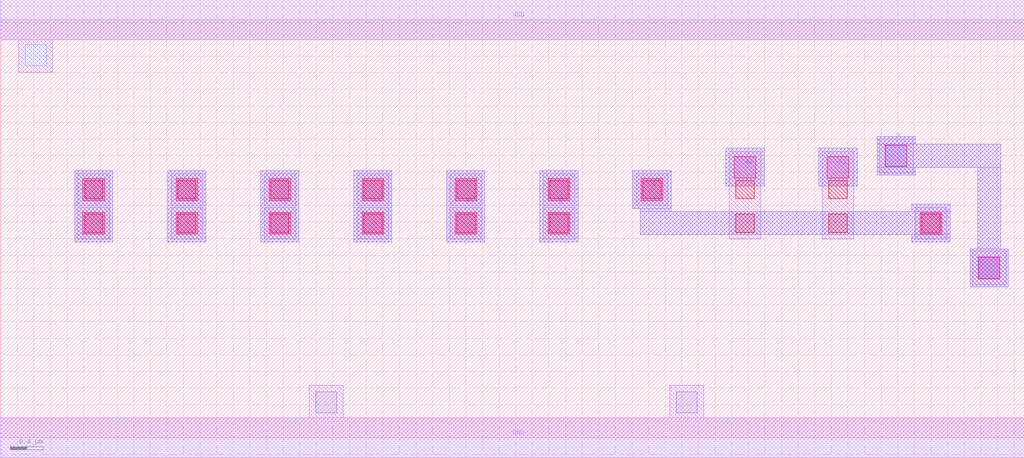
<source format=lef>
MACRO AAAOI333
 CLASS CORE ;
 FOREIGN AAAOI333 0 0 ;
 SIZE 12.32 BY 5.04 ;
 ORIGIN 0 0 ;
 SYMMETRY X Y R90 ;
 SITE unit ;
  PIN VDD
   DIRECTION INOUT ;
   USE POWER ;
   SHAPE ABUTMENT ;
    PORT
     CLASS CORE ;
       LAYER met1 ;
        RECT 0.00000000 4.80000000 12.32000000 5.28000000 ;
    END
  END VDD

  PIN GND
   DIRECTION INOUT ;
   USE POWER ;
   SHAPE ABUTMENT ;
    PORT
     CLASS CORE ;
       LAYER met1 ;
        RECT 0.00000000 -0.24000000 12.32000000 0.24000000 ;
    END
  END GND

  PIN Y
   DIRECTION INOUT ;
   USE SIGNAL ;
   SHAPE ABUTMENT ;
    PORT
     CLASS CORE ;
       LAYER met2 ;
        RECT 11.67000000 1.81700000 12.13000000 2.27700000 ;
        RECT 10.55000000 3.16700000 11.01000000 3.25700000 ;
        RECT 11.76000000 2.27700000 12.04000000 3.25700000 ;
        RECT 10.55000000 3.25700000 12.04000000 3.53700000 ;
        RECT 10.55000000 3.53700000 11.01000000 3.62700000 ;
    END
  END Y

  PIN B2
   DIRECTION INOUT ;
   USE SIGNAL ;
   SHAPE ABUTMENT ;
    PORT
     CLASS CORE ;
       LAYER met2 ;
        RECT 4.25000000 2.35700000 4.71000000 3.22200000 ;
    END
  END B2

  PIN A
   DIRECTION INOUT ;
   USE SIGNAL ;
   SHAPE ABUTMENT ;
    PORT
     CLASS CORE ;
       LAYER met2 ;
        RECT 10.97000000 2.35700000 11.43000000 2.44700000 ;
        RECT 7.70000000 2.44700000 11.43000000 2.72700000 ;
        RECT 7.70000000 2.72700000 8.07000000 2.76200000 ;
        RECT 10.97000000 2.72700000 11.43000000 2.81700000 ;
        RECT 7.61000000 2.76200000 8.07000000 3.22200000 ;
    END
  END A

  PIN A1
   DIRECTION INOUT ;
   USE SIGNAL ;
   SHAPE ABUTMENT ;
    PORT
     CLASS CORE ;
       LAYER met2 ;
        RECT 9.85000000 3.03200000 10.31000000 3.49200000 ;
    END
  END A1

  PIN A2
   DIRECTION INOUT ;
   USE SIGNAL ;
   SHAPE ABUTMENT ;
    PORT
     CLASS CORE ;
       LAYER met2 ;
        RECT 8.73000000 3.03200000 9.19000000 3.49200000 ;
    END
  END A2

  PIN B1
   DIRECTION INOUT ;
   USE SIGNAL ;
   SHAPE ABUTMENT ;
    PORT
     CLASS CORE ;
       LAYER met2 ;
        RECT 5.37000000 2.35700000 5.83000000 3.22200000 ;
    END
  END B1

  PIN C
   DIRECTION INOUT ;
   USE SIGNAL ;
   SHAPE ABUTMENT ;
    PORT
     CLASS CORE ;
       LAYER met2 ;
        RECT 0.89000000 2.35700000 1.35000000 3.22200000 ;
    END
  END C

  PIN C2
   DIRECTION INOUT ;
   USE SIGNAL ;
   SHAPE ABUTMENT ;
    PORT
     CLASS CORE ;
       LAYER met2 ;
        RECT 3.13000000 2.35700000 3.59000000 3.22200000 ;
    END
  END C2

  PIN B
   DIRECTION INOUT ;
   USE SIGNAL ;
   SHAPE ABUTMENT ;
    PORT
     CLASS CORE ;
       LAYER met2 ;
        RECT 6.49000000 2.35700000 6.95000000 3.22200000 ;
    END
  END B

  PIN C1
   DIRECTION INOUT ;
   USE SIGNAL ;
   SHAPE ABUTMENT ;
    PORT
     CLASS CORE ;
       LAYER met2 ;
        RECT 2.01000000 2.35700000 2.47000000 3.22200000 ;
    END
  END C1

 OBS
    LAYER polycont ;
     RECT 1.01000000 2.47700000 1.23000000 2.69700000 ;
     RECT 2.13000000 2.47700000 2.35000000 2.69700000 ;
     RECT 3.25000000 2.47700000 3.47000000 2.69700000 ;
     RECT 4.37000000 2.47700000 4.59000000 2.69700000 ;
     RECT 5.49000000 2.47700000 5.71000000 2.69700000 ;
     RECT 6.61000000 2.47700000 6.83000000 2.69700000 ;
     RECT 8.85000000 2.47700000 9.07000000 2.69700000 ;
     RECT 9.97000000 2.47700000 10.19000000 2.69700000 ;
     RECT 11.09000000 2.47700000 11.31000000 2.69700000 ;
     RECT 1.01000000 2.88200000 1.23000000 3.10200000 ;
     RECT 2.13000000 2.88200000 2.35000000 3.10200000 ;
     RECT 3.25000000 2.88200000 3.47000000 3.10200000 ;
     RECT 4.37000000 2.88200000 4.59000000 3.10200000 ;
     RECT 5.49000000 2.88200000 5.71000000 3.10200000 ;
     RECT 6.61000000 2.88200000 6.83000000 3.10200000 ;
     RECT 7.73000000 2.88200000 7.95000000 3.10200000 ;
     RECT 8.85000000 2.88200000 9.07000000 3.10200000 ;
     RECT 9.97000000 2.88200000 10.19000000 3.10200000 ;

    LAYER pdiffc ;
     RECT 10.65500000 3.27200000 10.90500000 3.52200000 ;
     RECT 0.29500000 4.48700000 0.54500000 4.73700000 ;

    LAYER ndiffc ;
     RECT 3.79500000 0.30200000 4.04500000 0.55200000 ;
     RECT 8.13500000 0.30200000 8.38500000 0.55200000 ;
     RECT 11.77500000 1.92200000 12.02500000 2.17200000 ;

    LAYER met1 ;
     RECT 0.00000000 -0.24000000 12.32000000 0.24000000 ;
     RECT 3.71500000 0.24000000 4.12500000 0.63200000 ;
     RECT 8.05500000 0.24000000 8.46500000 0.63200000 ;
     RECT 11.69500000 1.84200000 12.10500000 2.25200000 ;
     RECT 0.93000000 2.39700000 1.31000000 2.77700000 ;
     RECT 2.05000000 2.39700000 2.43000000 2.77700000 ;
     RECT 3.17000000 2.39700000 3.55000000 2.77700000 ;
     RECT 4.29000000 2.39700000 4.67000000 2.77700000 ;
     RECT 5.41000000 2.39700000 5.79000000 2.77700000 ;
     RECT 6.53000000 2.39700000 6.91000000 2.77700000 ;
     RECT 11.01000000 2.39700000 11.39000000 2.77700000 ;
     RECT 0.93000000 2.80200000 1.31000000 3.18200000 ;
     RECT 2.05000000 2.80200000 2.43000000 3.18200000 ;
     RECT 3.17000000 2.80200000 3.55000000 3.18200000 ;
     RECT 4.29000000 2.80200000 4.67000000 3.18200000 ;
     RECT 5.41000000 2.80200000 5.79000000 3.18200000 ;
     RECT 6.53000000 2.80200000 6.91000000 3.18200000 ;
     RECT 7.65000000 2.80200000 8.03000000 3.18200000 ;
     RECT 8.77000000 2.39700000 9.15000000 3.45200000 ;
     RECT 9.89000000 2.39700000 10.27000000 3.45200000 ;
     RECT 10.57500000 3.19200000 10.98500000 3.60200000 ;
     RECT 0.21500000 4.40700000 0.62500000 4.80000000 ;
     RECT 0.00000000 4.80000000 12.32000000 5.28000000 ;

    LAYER via1 ;
     RECT 11.77000000 1.91700000 12.03000000 2.17700000 ;
     RECT 0.99000000 2.45700000 1.25000000 2.71700000 ;
     RECT 2.11000000 2.45700000 2.37000000 2.71700000 ;
     RECT 3.23000000 2.45700000 3.49000000 2.71700000 ;
     RECT 4.35000000 2.45700000 4.61000000 2.71700000 ;
     RECT 5.47000000 2.45700000 5.73000000 2.71700000 ;
     RECT 6.59000000 2.45700000 6.85000000 2.71700000 ;
     RECT 11.07000000 2.45700000 11.33000000 2.71700000 ;
     RECT 0.99000000 2.86200000 1.25000000 3.12200000 ;
     RECT 2.11000000 2.86200000 2.37000000 3.12200000 ;
     RECT 3.23000000 2.86200000 3.49000000 3.12200000 ;
     RECT 4.35000000 2.86200000 4.61000000 3.12200000 ;
     RECT 5.47000000 2.86200000 5.73000000 3.12200000 ;
     RECT 6.59000000 2.86200000 6.85000000 3.12200000 ;
     RECT 7.71000000 2.86200000 7.97000000 3.12200000 ;
     RECT 8.83000000 3.13200000 9.09000000 3.39200000 ;
     RECT 9.95000000 3.13200000 10.21000000 3.39200000 ;
     RECT 10.65000000 3.26700000 10.91000000 3.52700000 ;

    LAYER met2 ;
     RECT 0.89000000 2.35700000 1.35000000 3.22200000 ;
     RECT 2.01000000 2.35700000 2.47000000 3.22200000 ;
     RECT 3.13000000 2.35700000 3.59000000 3.22200000 ;
     RECT 4.25000000 2.35700000 4.71000000 3.22200000 ;
     RECT 5.37000000 2.35700000 5.83000000 3.22200000 ;
     RECT 6.49000000 2.35700000 6.95000000 3.22200000 ;
     RECT 10.97000000 2.35700000 11.43000000 2.44700000 ;
     RECT 7.70000000 2.44700000 11.43000000 2.72700000 ;
     RECT 7.70000000 2.72700000 8.07000000 2.76200000 ;
     RECT 10.97000000 2.72700000 11.43000000 2.81700000 ;
     RECT 7.61000000 2.76200000 8.07000000 3.22200000 ;
     RECT 8.73000000 3.03200000 9.19000000 3.49200000 ;
     RECT 9.85000000 3.03200000 10.31000000 3.49200000 ;
     RECT 11.67000000 1.81700000 12.13000000 2.27700000 ;
     RECT 10.55000000 3.16700000 11.01000000 3.25700000 ;
     RECT 11.76000000 2.27700000 12.04000000 3.25700000 ;
     RECT 10.55000000 3.25700000 12.04000000 3.53700000 ;
     RECT 10.55000000 3.53700000 11.01000000 3.62700000 ;

 END
END AAAOI333

</source>
